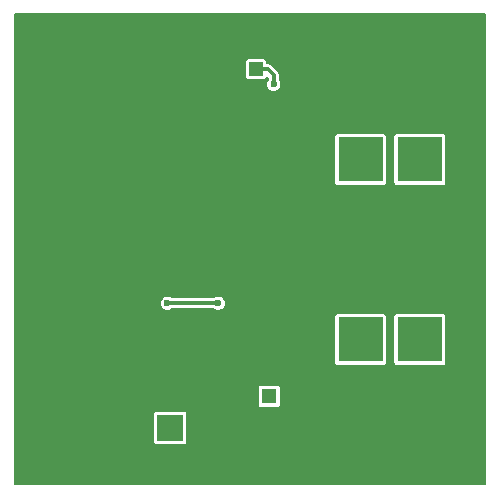
<source format=gbr>
%TF.GenerationSoftware,KiCad,Pcbnew,7.0.7-7.0.7~ubuntu23.04.1*%
%TF.CreationDate,2023-09-17T11:12:04+00:00*%
%TF.ProjectId,STEPDOWN02,53544550-444f-4574-9e30-322e6b696361,rev?*%
%TF.SameCoordinates,Original*%
%TF.FileFunction,Copper,L1,Top*%
%TF.FilePolarity,Positive*%
%FSLAX46Y46*%
G04 Gerber Fmt 4.6, Leading zero omitted, Abs format (unit mm)*
G04 Created by KiCad (PCBNEW 7.0.7-7.0.7~ubuntu23.04.1) date 2023-09-17 11:12:04*
%MOMM*%
%LPD*%
G01*
G04 APERTURE LIST*
%TA.AperFunction,ComponentPad*%
%ADD10C,5.600000*%
%TD*%
%TA.AperFunction,ComponentPad*%
%ADD11R,3.810000X3.810000*%
%TD*%
%TA.AperFunction,ComponentPad*%
%ADD12R,2.235200X2.235200*%
%TD*%
%TA.AperFunction,ComponentPad*%
%ADD13R,1.300000X1.300000*%
%TD*%
%TA.AperFunction,ComponentPad*%
%ADD14C,1.300000*%
%TD*%
%TA.AperFunction,SMDPad,CuDef*%
%ADD15R,1.198880X1.198880*%
%TD*%
%TA.AperFunction,ComponentPad*%
%ADD16C,0.600000*%
%TD*%
%TA.AperFunction,ViaPad*%
%ADD17C,0.600000*%
%TD*%
%TA.AperFunction,Conductor*%
%ADD18C,1.000000*%
%TD*%
%TA.AperFunction,Conductor*%
%ADD19C,0.300000*%
%TD*%
G04 APERTURE END LIST*
D10*
%TO.P,P1,1*%
%TO.N,GND*%
X121920000Y-71120000D03*
%TD*%
%TO.P,P2,1*%
%TO.N,GND*%
X152400000Y-71120000D03*
%TD*%
%TO.P,P3,1*%
%TO.N,GND*%
X121920000Y-101600000D03*
%TD*%
%TO.P,P4,1*%
%TO.N,GND*%
X152400000Y-101600000D03*
%TD*%
D11*
%TO.P,J1,1*%
%TO.N,+12V*%
X151558000Y-93980000D03*
X146558000Y-93980000D03*
%TD*%
%TO.P,J2,1*%
%TO.N,GND*%
X151558000Y-88900000D03*
X146558000Y-88900000D03*
%TD*%
%TO.P,J3,1*%
%TO.N,+5V*%
X151558000Y-78740000D03*
X146558000Y-78740000D03*
%TD*%
%TO.P,J4,1*%
%TO.N,GND*%
X151558000Y-83820000D03*
X146558000Y-83820000D03*
%TD*%
D12*
%TO.P,P5,1*%
%TO.N,/ENABLE*%
X130429000Y-101473000D03*
%TD*%
D13*
%TO.P,C12,1*%
%TO.N,+12V*%
X138811000Y-98806000D03*
D14*
%TO.P,C12,2*%
%TO.N,GND*%
X138811000Y-101306000D03*
%TD*%
D15*
%TO.P,D2,1*%
%TO.N,GND*%
X135602980Y-71120000D03*
%TO.P,D2,2*%
%TO.N,Net-(D2-Pad2)*%
X137701020Y-71120000D03*
%TD*%
D16*
%TO.P,U1,9*%
%TO.N,GND*%
X132905500Y-93027500D03*
X132842000Y-95377000D03*
X132842000Y-94234000D03*
X131762500Y-95377000D03*
X131762500Y-94234000D03*
X131762500Y-93027500D03*
%TD*%
D17*
%TO.N,GND*%
X137160000Y-83693000D03*
X133096000Y-88138000D03*
X137287000Y-86741000D03*
X121690000Y-83058000D03*
X143383000Y-90678000D03*
X136017000Y-82550000D03*
X133096000Y-86868000D03*
X135001000Y-83566000D03*
X137287000Y-88265000D03*
X139700000Y-83693000D03*
X133858000Y-83566000D03*
X133096000Y-85725000D03*
X141224000Y-86360000D03*
X141478000Y-90567000D03*
X141224000Y-87249000D03*
X136017000Y-81534000D03*
X126492000Y-93726000D03*
X137287000Y-85598000D03*
X138430000Y-83693000D03*
X119192000Y-95377000D03*
X141224000Y-88265000D03*
X141986000Y-82399000D03*
X132588000Y-83566000D03*
X133112000Y-98298000D03*
X122682000Y-91710000D03*
%TO.N,Net-(C7-Pad2)*%
X130175000Y-90932000D03*
X134493000Y-90932000D03*
%TO.N,Net-(D2-Pad2)*%
X139192000Y-72390000D03*
%TD*%
D18*
%TO.N,GND*%
X133112000Y-98298000D02*
X133096000Y-98298000D01*
X122682000Y-91710000D02*
X122682000Y-91694000D01*
D19*
X138430000Y-83693000D02*
X137160000Y-83693000D01*
X133858000Y-83566000D02*
X135001000Y-83566000D01*
X121690000Y-83058000D02*
X121666000Y-83058000D01*
X133096000Y-86868000D02*
X133096000Y-85725000D01*
X137287000Y-86741000D02*
X137287000Y-85598000D01*
X136017000Y-81534000D02*
X136017000Y-82550000D01*
X119192000Y-95377000D02*
X119253000Y-95377000D01*
X141224000Y-87249000D02*
X141224000Y-86360000D01*
X141478000Y-90567000D02*
X141478000Y-90551000D01*
X141986000Y-82399000D02*
X141986000Y-82423000D01*
%TO.N,Net-(C7-Pad2)*%
X130175000Y-90932000D02*
X134493000Y-90932000D01*
%TO.N,Net-(D2-Pad2)*%
X139192000Y-72390000D02*
X139192000Y-71628000D01*
X139192000Y-71628000D02*
X138684000Y-71120000D01*
X138684000Y-71120000D02*
X137701020Y-71120000D01*
%TD*%
%TA.AperFunction,Conductor*%
%TO.N,GND*%
G36*
X157076000Y-66389462D02*
G01*
X157130538Y-66444000D01*
X157150500Y-66518500D01*
X157150500Y-106201500D01*
X157130538Y-106276000D01*
X157076000Y-106330538D01*
X157001500Y-106350500D01*
X117318500Y-106350500D01*
X117244000Y-106330538D01*
X117189462Y-106276000D01*
X117169500Y-106201500D01*
X117169500Y-102615662D01*
X129056900Y-102615662D01*
X129071665Y-102689900D01*
X129127915Y-102774083D01*
X129127917Y-102774085D01*
X129212097Y-102830333D01*
X129212099Y-102830334D01*
X129286333Y-102845100D01*
X131571666Y-102845099D01*
X131645901Y-102830334D01*
X131730084Y-102774084D01*
X131786334Y-102689901D01*
X131801100Y-102615667D01*
X131801099Y-100330334D01*
X131786334Y-100256099D01*
X131730084Y-100171916D01*
X131730083Y-100171915D01*
X131730082Y-100171914D01*
X131645902Y-100115666D01*
X131571667Y-100100900D01*
X129286337Y-100100900D01*
X129212099Y-100115665D01*
X129127916Y-100171915D01*
X129127914Y-100171917D01*
X129071666Y-100256097D01*
X129056900Y-100330332D01*
X129056900Y-102615662D01*
X117169500Y-102615662D01*
X117169500Y-99481062D01*
X137906500Y-99481062D01*
X137921265Y-99555300D01*
X137977515Y-99639483D01*
X137977517Y-99639485D01*
X138061697Y-99695733D01*
X138061699Y-99695734D01*
X138135933Y-99710500D01*
X139486066Y-99710499D01*
X139560301Y-99695734D01*
X139644484Y-99639484D01*
X139700734Y-99555301D01*
X139715500Y-99481067D01*
X139715499Y-98130934D01*
X139700734Y-98056699D01*
X139644484Y-97972516D01*
X139644483Y-97972515D01*
X139644482Y-97972514D01*
X139560302Y-97916266D01*
X139486067Y-97901500D01*
X138135937Y-97901500D01*
X138061699Y-97916265D01*
X137977516Y-97972515D01*
X137977514Y-97972517D01*
X137921266Y-98056697D01*
X137906500Y-98130932D01*
X137906500Y-99481062D01*
X117169500Y-99481062D01*
X117169500Y-95910062D01*
X144398500Y-95910062D01*
X144413265Y-95984300D01*
X144469515Y-96068483D01*
X144469517Y-96068485D01*
X144553697Y-96124733D01*
X144553699Y-96124734D01*
X144627933Y-96139500D01*
X148488066Y-96139499D01*
X148562301Y-96124734D01*
X148646484Y-96068484D01*
X148702734Y-95984301D01*
X148717500Y-95910067D01*
X148717500Y-95910062D01*
X149398500Y-95910062D01*
X149413265Y-95984300D01*
X149469515Y-96068483D01*
X149469517Y-96068485D01*
X149553697Y-96124733D01*
X149553699Y-96124734D01*
X149627933Y-96139500D01*
X153488066Y-96139499D01*
X153562301Y-96124734D01*
X153646484Y-96068484D01*
X153702734Y-95984301D01*
X153717500Y-95910067D01*
X153717499Y-92049934D01*
X153702734Y-91975699D01*
X153646484Y-91891516D01*
X153646483Y-91891515D01*
X153646482Y-91891514D01*
X153562302Y-91835266D01*
X153488067Y-91820500D01*
X149627937Y-91820500D01*
X149553699Y-91835265D01*
X149469516Y-91891515D01*
X149469514Y-91891517D01*
X149413266Y-91975697D01*
X149398500Y-92049932D01*
X149398500Y-95910062D01*
X148717500Y-95910062D01*
X148717499Y-92049934D01*
X148702734Y-91975699D01*
X148646484Y-91891516D01*
X148646483Y-91891515D01*
X148646482Y-91891514D01*
X148562302Y-91835266D01*
X148488067Y-91820500D01*
X144627937Y-91820500D01*
X144553699Y-91835265D01*
X144469516Y-91891515D01*
X144469514Y-91891517D01*
X144413266Y-91975697D01*
X144398500Y-92049932D01*
X144398500Y-95910062D01*
X117169500Y-95910062D01*
X117169500Y-90932002D01*
X129615715Y-90932002D01*
X129634770Y-91076751D01*
X129690644Y-91211642D01*
X129779524Y-91327472D01*
X129779527Y-91327475D01*
X129895357Y-91416355D01*
X129895357Y-91416356D01*
X130030248Y-91472229D01*
X130174997Y-91491285D01*
X130175000Y-91491285D01*
X130175003Y-91491285D01*
X130319751Y-91472229D01*
X130319753Y-91472228D01*
X130319754Y-91472228D01*
X130362966Y-91454328D01*
X130454637Y-91416358D01*
X130454638Y-91416356D01*
X130454643Y-91416355D01*
X130518586Y-91367289D01*
X130589841Y-91337775D01*
X130609290Y-91336500D01*
X134058710Y-91336500D01*
X134133210Y-91356462D01*
X134149407Y-91367284D01*
X134213357Y-91416355D01*
X134213359Y-91416355D01*
X134213362Y-91416358D01*
X134348248Y-91472229D01*
X134492997Y-91491285D01*
X134493000Y-91491285D01*
X134493003Y-91491285D01*
X134637751Y-91472229D01*
X134637753Y-91472228D01*
X134637754Y-91472228D01*
X134677260Y-91455864D01*
X134772642Y-91416356D01*
X134772642Y-91416355D01*
X134772643Y-91416355D01*
X134888474Y-91327474D01*
X134977355Y-91211643D01*
X134977355Y-91211642D01*
X134977356Y-91211642D01*
X135033229Y-91076751D01*
X135052285Y-90932002D01*
X135052285Y-90931997D01*
X135033229Y-90787251D01*
X135033228Y-90787246D01*
X134977356Y-90652360D01*
X134977355Y-90652359D01*
X134977355Y-90652358D01*
X134888474Y-90536526D01*
X134888472Y-90536525D01*
X134888472Y-90536524D01*
X134772642Y-90447644D01*
X134772642Y-90447643D01*
X134637751Y-90391770D01*
X134493003Y-90372715D01*
X134492997Y-90372715D01*
X134348251Y-90391770D01*
X134348246Y-90391771D01*
X134213357Y-90447644D01*
X134149416Y-90496709D01*
X134078159Y-90526225D01*
X134058710Y-90527500D01*
X130609290Y-90527500D01*
X130534790Y-90507538D01*
X130518592Y-90496715D01*
X130454643Y-90447645D01*
X130454641Y-90447644D01*
X130454637Y-90447641D01*
X130319751Y-90391770D01*
X130175003Y-90372715D01*
X130174997Y-90372715D01*
X130030251Y-90391770D01*
X130030246Y-90391771D01*
X129895360Y-90447643D01*
X129779526Y-90536526D01*
X129690643Y-90652360D01*
X129634771Y-90787246D01*
X129634770Y-90787251D01*
X129615715Y-90931997D01*
X129615715Y-90932002D01*
X117169500Y-90932002D01*
X117169500Y-80670062D01*
X144398500Y-80670062D01*
X144413265Y-80744300D01*
X144469515Y-80828483D01*
X144469517Y-80828485D01*
X144553697Y-80884733D01*
X144553699Y-80884734D01*
X144627933Y-80899500D01*
X148488066Y-80899499D01*
X148562301Y-80884734D01*
X148646484Y-80828484D01*
X148702734Y-80744301D01*
X148717500Y-80670067D01*
X148717500Y-80670062D01*
X149398500Y-80670062D01*
X149413265Y-80744300D01*
X149469515Y-80828483D01*
X149469517Y-80828485D01*
X149553697Y-80884733D01*
X149553699Y-80884734D01*
X149627933Y-80899500D01*
X153488066Y-80899499D01*
X153562301Y-80884734D01*
X153646484Y-80828484D01*
X153702734Y-80744301D01*
X153717500Y-80670067D01*
X153717499Y-76809934D01*
X153702734Y-76735699D01*
X153646484Y-76651516D01*
X153646483Y-76651515D01*
X153646482Y-76651514D01*
X153562302Y-76595266D01*
X153488067Y-76580500D01*
X149627937Y-76580500D01*
X149553699Y-76595265D01*
X149469516Y-76651515D01*
X149469514Y-76651517D01*
X149413266Y-76735697D01*
X149398500Y-76809932D01*
X149398500Y-80670062D01*
X148717500Y-80670062D01*
X148717499Y-76809934D01*
X148702734Y-76735699D01*
X148646484Y-76651516D01*
X148646483Y-76651515D01*
X148646482Y-76651514D01*
X148562302Y-76595266D01*
X148488067Y-76580500D01*
X144627937Y-76580500D01*
X144553699Y-76595265D01*
X144469516Y-76651515D01*
X144469514Y-76651517D01*
X144413266Y-76735697D01*
X144398500Y-76809932D01*
X144398500Y-80670062D01*
X117169500Y-80670062D01*
X117169500Y-71744502D01*
X136847080Y-71744502D01*
X136861845Y-71818740D01*
X136918095Y-71902923D01*
X136918097Y-71902925D01*
X137002277Y-71959173D01*
X137002279Y-71959174D01*
X137076513Y-71973940D01*
X138325526Y-71973939D01*
X138399761Y-71959174D01*
X138483944Y-71902924D01*
X138514611Y-71857027D01*
X138572599Y-71806174D01*
X138648245Y-71791127D01*
X138721280Y-71815919D01*
X138772134Y-71873907D01*
X138787500Y-71939808D01*
X138787500Y-71955709D01*
X138767538Y-72030209D01*
X138756711Y-72046413D01*
X138707643Y-72110360D01*
X138651771Y-72245246D01*
X138651770Y-72245251D01*
X138632715Y-72389997D01*
X138632715Y-72390002D01*
X138651770Y-72534751D01*
X138707644Y-72669642D01*
X138796524Y-72785472D01*
X138796527Y-72785475D01*
X138912357Y-72874355D01*
X138912357Y-72874356D01*
X139047248Y-72930229D01*
X139191997Y-72949285D01*
X139192000Y-72949285D01*
X139192003Y-72949285D01*
X139336751Y-72930229D01*
X139336753Y-72930228D01*
X139336754Y-72930228D01*
X139376260Y-72913863D01*
X139471642Y-72874356D01*
X139471642Y-72874355D01*
X139471643Y-72874355D01*
X139587474Y-72785474D01*
X139676355Y-72669643D01*
X139676355Y-72669642D01*
X139676356Y-72669642D01*
X139732229Y-72534751D01*
X139751285Y-72390002D01*
X139751285Y-72389997D01*
X139732229Y-72245251D01*
X139732228Y-72245246D01*
X139676356Y-72110360D01*
X139676355Y-72110359D01*
X139676355Y-72110358D01*
X139627289Y-72046413D01*
X139597775Y-71975156D01*
X139596500Y-71955709D01*
X139596500Y-71593373D01*
X139596499Y-71593343D01*
X139596499Y-71563935D01*
X139596499Y-71563934D01*
X139590162Y-71544432D01*
X139584706Y-71521703D01*
X139581498Y-71501445D01*
X139572187Y-71483172D01*
X139563240Y-71461572D01*
X139556903Y-71442069D01*
X139544849Y-71425478D01*
X139532636Y-71405548D01*
X139530251Y-71400869D01*
X139523326Y-71387277D01*
X139432723Y-71296674D01*
X138947515Y-70811465D01*
X138947514Y-70811464D01*
X138943776Y-70807726D01*
X138943775Y-70807726D01*
X138924724Y-70788675D01*
X138924723Y-70788674D01*
X138906453Y-70779365D01*
X138886521Y-70767150D01*
X138869930Y-70755095D01*
X138850420Y-70748756D01*
X138828821Y-70739809D01*
X138810556Y-70730502D01*
X138802488Y-70729224D01*
X138790293Y-70727292D01*
X138767573Y-70721837D01*
X138748067Y-70715500D01*
X138748066Y-70715500D01*
X138715834Y-70715500D01*
X138703959Y-70715500D01*
X138629459Y-70695538D01*
X138574921Y-70641000D01*
X138554959Y-70566500D01*
X138554959Y-70495497D01*
X138554959Y-70495496D01*
X138554959Y-70495494D01*
X138540194Y-70421259D01*
X138483944Y-70337076D01*
X138483943Y-70337075D01*
X138483942Y-70337074D01*
X138399762Y-70280826D01*
X138325527Y-70266060D01*
X137076517Y-70266060D01*
X137002279Y-70280825D01*
X136918096Y-70337075D01*
X136918094Y-70337077D01*
X136861846Y-70421257D01*
X136847080Y-70495492D01*
X136847080Y-71744502D01*
X117169500Y-71744502D01*
X117169500Y-66518500D01*
X117189462Y-66444000D01*
X117244000Y-66389462D01*
X117318500Y-66369500D01*
X157001500Y-66369500D01*
X157076000Y-66389462D01*
G37*
%TD.AperFunction*%
%TD*%
M02*

</source>
